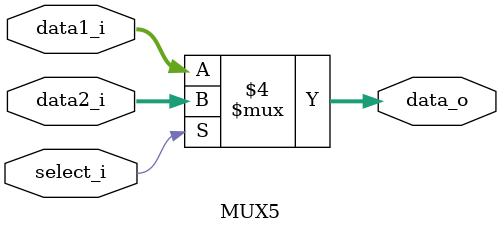
<source format=v>
module MUX5(
    data1_i,
    data2_i,
    select_i,
    data_o
);

// Ports
input  [4:0] data1_i, data2_i;
input  select_i;
output [4:0] data_o;

// Wires & Registers
reg    [4:0] data_o;

always@(data1_i or data2_i or select_i)
begin
    if (select_i == 0)
        data_o = data1_i;
    else
        data_o = data2_i;
end

endmodule

</source>
